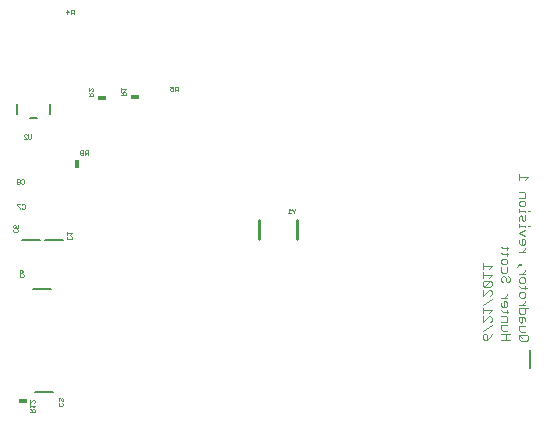
<source format=gbo>
G75*
G70*
%OFA0B0*%
%FSLAX24Y24*%
%IPPOS*%
%LPD*%
%AMOC8*
5,1,8,0,0,1.08239X$1,22.5*
%
%ADD10C,0.0030*%
%ADD11C,0.0010*%
%ADD12C,0.0080*%
%ADD13C,0.0087*%
%ADD14R,0.0300X0.0180*%
%ADD15R,0.0180X0.0300*%
D10*
X016332Y004138D02*
X016332Y004235D01*
X016380Y004283D01*
X016428Y004283D01*
X016477Y004235D01*
X016477Y004090D01*
X016380Y004090D01*
X016332Y004138D01*
X016477Y004090D02*
X016573Y004186D01*
X016622Y004283D01*
X016622Y004578D02*
X016332Y004384D01*
X016332Y004679D02*
X016525Y004872D01*
X016573Y004872D01*
X016622Y004824D01*
X016622Y004727D01*
X016573Y004679D01*
X016332Y004679D02*
X016332Y004872D01*
X016332Y004974D02*
X016332Y005167D01*
X016332Y005070D02*
X016622Y005070D01*
X016525Y004974D01*
X016332Y005268D02*
X016622Y005462D01*
X016573Y005563D02*
X016622Y005611D01*
X016622Y005708D01*
X016573Y005756D01*
X016525Y005756D01*
X016332Y005563D01*
X016332Y005756D01*
X016380Y005857D02*
X016573Y006051D01*
X016380Y006051D01*
X016332Y006003D01*
X016332Y005906D01*
X016380Y005857D01*
X016573Y005857D01*
X016622Y005906D01*
X016622Y006003D01*
X016573Y006051D01*
X016525Y006152D02*
X016622Y006249D01*
X016332Y006249D01*
X016332Y006152D02*
X016332Y006346D01*
X016332Y006447D02*
X016332Y006640D01*
X016332Y006544D02*
X016622Y006544D01*
X016525Y006447D01*
X016942Y006504D02*
X016942Y006359D01*
X016990Y006310D01*
X017087Y006310D01*
X017135Y006359D01*
X017135Y006504D01*
X017087Y006605D02*
X016990Y006605D01*
X016942Y006653D01*
X016942Y006750D01*
X016990Y006799D01*
X017087Y006799D01*
X017135Y006750D01*
X017135Y006653D01*
X017087Y006605D01*
X017135Y006900D02*
X017135Y006996D01*
X017184Y006948D02*
X016990Y006948D01*
X016942Y006996D01*
X016990Y007144D02*
X016942Y007193D01*
X016990Y007144D02*
X017184Y007144D01*
X017135Y007096D02*
X017135Y007193D01*
X017552Y007307D02*
X017600Y007258D01*
X017697Y007258D01*
X017745Y007307D01*
X017745Y007403D01*
X017697Y007452D01*
X017649Y007452D01*
X017649Y007258D01*
X017552Y007307D02*
X017552Y007403D01*
X017745Y007553D02*
X017552Y007650D01*
X017745Y007746D01*
X017745Y007848D02*
X017745Y007896D01*
X017552Y007896D01*
X017552Y007848D02*
X017552Y007944D01*
X017552Y008044D02*
X017552Y008189D01*
X017600Y008237D01*
X017649Y008189D01*
X017649Y008092D01*
X017697Y008044D01*
X017745Y008092D01*
X017745Y008237D01*
X017745Y008339D02*
X017745Y008387D01*
X017552Y008387D01*
X017552Y008339D02*
X017552Y008435D01*
X017600Y008535D02*
X017552Y008583D01*
X017552Y008680D01*
X017600Y008729D01*
X017697Y008729D01*
X017745Y008680D01*
X017745Y008583D01*
X017697Y008535D01*
X017600Y008535D01*
X017842Y008387D02*
X017891Y008387D01*
X017745Y008830D02*
X017552Y008830D01*
X017552Y009023D02*
X017697Y009023D01*
X017745Y008975D01*
X017745Y008830D01*
X017745Y009419D02*
X017842Y009516D01*
X017552Y009516D01*
X017552Y009612D02*
X017552Y009419D01*
X017842Y007896D02*
X017891Y007896D01*
X017745Y007158D02*
X017745Y007110D01*
X017649Y007013D01*
X017745Y007013D02*
X017552Y007013D01*
X017552Y006618D02*
X017552Y006570D01*
X017600Y006570D01*
X017600Y006618D01*
X017552Y006618D01*
X017455Y006522D01*
X017552Y006276D02*
X017745Y006276D01*
X017649Y006276D02*
X017745Y006373D01*
X017745Y006421D01*
X017697Y006175D02*
X017745Y006127D01*
X017745Y006030D01*
X017697Y005982D01*
X017600Y005982D01*
X017552Y006030D01*
X017552Y006127D01*
X017600Y006175D01*
X017697Y006175D01*
X017745Y005882D02*
X017745Y005785D01*
X017794Y005834D02*
X017600Y005834D01*
X017552Y005882D01*
X017600Y005684D02*
X017697Y005684D01*
X017745Y005636D01*
X017745Y005539D01*
X017697Y005491D01*
X017600Y005491D01*
X017552Y005539D01*
X017552Y005636D01*
X017600Y005684D01*
X017745Y005390D02*
X017745Y005342D01*
X017649Y005245D01*
X017745Y005245D02*
X017552Y005245D01*
X017552Y005144D02*
X017552Y004999D01*
X017600Y004950D01*
X017697Y004950D01*
X017745Y004999D01*
X017745Y005144D01*
X017842Y005144D02*
X017552Y005144D01*
X017552Y004849D02*
X017552Y004704D01*
X017600Y004656D01*
X017649Y004704D01*
X017649Y004849D01*
X017697Y004849D02*
X017552Y004849D01*
X017697Y004849D02*
X017745Y004801D01*
X017745Y004704D01*
X017745Y004555D02*
X017552Y004555D01*
X017552Y004409D01*
X017600Y004361D01*
X017745Y004361D01*
X017794Y004260D02*
X017600Y004260D01*
X017552Y004212D01*
X017552Y004115D01*
X017600Y004066D01*
X017794Y004066D01*
X017842Y004115D01*
X017842Y004212D01*
X017794Y004260D01*
X017649Y004163D02*
X017552Y004260D01*
X017232Y004294D02*
X016942Y004294D01*
X016990Y004395D02*
X016942Y004444D01*
X016942Y004589D01*
X017135Y004589D01*
X017135Y004690D02*
X016942Y004690D01*
X017135Y004690D02*
X017135Y004835D01*
X017087Y004883D01*
X016942Y004883D01*
X016990Y005033D02*
X016942Y005081D01*
X016990Y005033D02*
X017184Y005033D01*
X017135Y004985D02*
X017135Y005081D01*
X017087Y005181D02*
X017135Y005229D01*
X017135Y005326D01*
X017087Y005374D01*
X017039Y005374D01*
X017039Y005181D01*
X017087Y005181D02*
X016990Y005181D01*
X016942Y005229D01*
X016942Y005326D01*
X016942Y005476D02*
X017135Y005476D01*
X017135Y005572D02*
X017135Y005621D01*
X017135Y005572D02*
X017039Y005476D01*
X016990Y006016D02*
X016942Y006064D01*
X016942Y006161D01*
X016990Y006209D01*
X017039Y006209D01*
X017087Y006161D01*
X017087Y006064D01*
X017135Y006016D01*
X017184Y006016D01*
X017232Y006064D01*
X017232Y006161D01*
X017184Y006209D01*
X017135Y004395D02*
X016990Y004395D01*
X017087Y004294D02*
X017087Y004101D01*
X016942Y004101D02*
X017232Y004101D01*
D11*
X001398Y001692D02*
X001248Y001692D01*
X001298Y001692D02*
X001298Y001767D01*
X001323Y001792D01*
X001373Y001792D01*
X001398Y001767D01*
X001398Y001692D01*
X001298Y001742D02*
X001248Y001792D01*
X001248Y001839D02*
X001248Y001939D01*
X001248Y001987D02*
X001348Y002087D01*
X001373Y002087D01*
X001398Y002062D01*
X001398Y002012D01*
X001373Y001987D01*
X001398Y001889D02*
X001248Y001889D01*
X001248Y001987D02*
X001248Y002087D01*
X001398Y001889D02*
X001348Y001839D01*
X002190Y001915D02*
X002190Y001965D01*
X002215Y001990D01*
X002215Y002037D02*
X002190Y002062D01*
X002190Y002112D01*
X002215Y002137D01*
X002240Y002137D01*
X002265Y002112D01*
X002265Y002087D01*
X002265Y002112D02*
X002290Y002137D01*
X002315Y002137D01*
X002340Y002112D01*
X002340Y002062D01*
X002315Y002037D01*
X002315Y001990D02*
X002340Y001965D01*
X002340Y001915D01*
X002315Y001890D01*
X002215Y001890D01*
X002190Y001915D01*
X001016Y006181D02*
X000916Y006181D01*
X000891Y006206D01*
X000891Y006256D01*
X000916Y006281D01*
X000916Y006328D02*
X000891Y006353D01*
X000891Y006403D01*
X000916Y006428D01*
X000941Y006428D01*
X000966Y006403D01*
X000966Y006328D01*
X000916Y006328D01*
X000966Y006328D02*
X001016Y006378D01*
X001041Y006428D01*
X001016Y006281D02*
X001041Y006256D01*
X001041Y006206D01*
X001016Y006181D01*
X000800Y007677D02*
X000699Y007677D01*
X000674Y007702D01*
X000674Y007752D01*
X000699Y007777D01*
X000699Y007824D02*
X000674Y007849D01*
X000674Y007899D01*
X000699Y007924D01*
X000749Y007924D01*
X000775Y007899D01*
X000775Y007874D01*
X000749Y007824D01*
X000825Y007824D01*
X000825Y007924D01*
X000800Y007777D02*
X000825Y007752D01*
X000825Y007702D01*
X000800Y007677D01*
X000913Y008464D02*
X000913Y008489D01*
X000813Y008589D01*
X000813Y008614D01*
X000913Y008614D01*
X000961Y008589D02*
X000986Y008614D01*
X001036Y008614D01*
X001061Y008589D01*
X001061Y008489D01*
X001036Y008464D01*
X000986Y008464D01*
X000961Y008489D01*
X000966Y009291D02*
X000941Y009316D01*
X000966Y009291D02*
X001016Y009291D01*
X001041Y009316D01*
X001041Y009416D01*
X001016Y009441D01*
X000966Y009441D01*
X000941Y009416D01*
X000894Y009416D02*
X000894Y009391D01*
X000869Y009366D01*
X000819Y009366D01*
X000794Y009341D01*
X000794Y009316D01*
X000819Y009291D01*
X000869Y009291D01*
X000894Y009316D01*
X000894Y009341D01*
X000869Y009366D01*
X000819Y009366D02*
X000794Y009391D01*
X000794Y009416D01*
X000819Y009441D01*
X000869Y009441D01*
X000894Y009416D01*
X001030Y010787D02*
X001130Y010787D01*
X001030Y010887D01*
X001030Y010912D01*
X001055Y010937D01*
X001105Y010937D01*
X001130Y010912D01*
X001177Y010937D02*
X001177Y010812D01*
X001202Y010787D01*
X001252Y010787D01*
X001277Y010812D01*
X001277Y010937D01*
X002920Y010380D02*
X002920Y010355D01*
X002945Y010330D01*
X002995Y010330D01*
X003020Y010355D01*
X003020Y010380D01*
X002995Y010405D01*
X002945Y010405D01*
X002920Y010380D01*
X002945Y010330D02*
X002920Y010305D01*
X002920Y010280D01*
X002945Y010255D01*
X002995Y010255D01*
X003020Y010280D01*
X003020Y010305D01*
X002995Y010330D01*
X003067Y010330D02*
X003092Y010305D01*
X003167Y010305D01*
X003167Y010255D02*
X003167Y010405D01*
X003092Y010405D01*
X003067Y010380D01*
X003067Y010330D01*
X003117Y010305D02*
X003067Y010255D01*
X003194Y012224D02*
X003344Y012224D01*
X003344Y012299D01*
X003319Y012324D01*
X003269Y012324D01*
X003244Y012299D01*
X003244Y012224D01*
X003244Y012274D02*
X003194Y012324D01*
X003194Y012372D02*
X003294Y012472D01*
X003319Y012472D01*
X003344Y012447D01*
X003344Y012397D01*
X003319Y012372D01*
X003194Y012372D02*
X003194Y012472D01*
X004277Y012491D02*
X004277Y012391D01*
X004277Y012344D02*
X004327Y012294D01*
X004327Y012319D02*
X004327Y012244D01*
X004277Y012244D02*
X004427Y012244D01*
X004427Y012319D01*
X004402Y012344D01*
X004352Y012344D01*
X004327Y012319D01*
X004377Y012391D02*
X004427Y012441D01*
X004277Y012441D01*
X005912Y012456D02*
X005912Y012406D01*
X005937Y012381D01*
X005987Y012381D01*
X006012Y012406D01*
X006012Y012456D02*
X005962Y012481D01*
X005937Y012481D01*
X005912Y012456D01*
X005912Y012531D02*
X006012Y012531D01*
X006012Y012456D01*
X006059Y012456D02*
X006084Y012431D01*
X006159Y012431D01*
X006159Y012381D02*
X006159Y012531D01*
X006084Y012531D01*
X006059Y012506D01*
X006059Y012456D01*
X006109Y012431D02*
X006059Y012381D01*
X002695Y014940D02*
X002695Y015090D01*
X002619Y015090D01*
X002594Y015065D01*
X002594Y015015D01*
X002619Y014990D01*
X002695Y014990D01*
X002644Y014990D02*
X002594Y014940D01*
X002547Y015015D02*
X002447Y015015D01*
X002472Y014940D02*
X002472Y015090D01*
X002547Y015015D01*
X002485Y007688D02*
X002485Y007588D01*
X002485Y007638D02*
X002636Y007638D01*
X002586Y007588D01*
X002611Y007541D02*
X002636Y007516D01*
X002636Y007466D01*
X002611Y007441D01*
X002510Y007441D01*
X002485Y007466D01*
X002485Y007516D01*
X002510Y007541D01*
X009829Y008306D02*
X009929Y008306D01*
X009879Y008306D02*
X009879Y008456D01*
X009929Y008406D01*
X009976Y008431D02*
X009976Y008456D01*
X009976Y008431D02*
X010026Y008381D01*
X010026Y008306D01*
X010026Y008381D02*
X010076Y008431D01*
X010076Y008456D01*
D12*
X002347Y007402D02*
X001747Y007402D01*
X001570Y007422D02*
X000970Y007422D01*
X001326Y005788D02*
X001926Y005788D01*
X002010Y002360D02*
X001410Y002360D01*
X001455Y011478D02*
X001243Y011478D01*
X000789Y011628D02*
X000789Y011966D01*
X001909Y011966D02*
X001909Y011628D01*
X017899Y003767D02*
X017899Y003167D01*
D13*
X010129Y007445D02*
X010129Y008074D01*
X008870Y008074D02*
X008870Y007445D01*
D14*
X004743Y012179D03*
X003644Y012160D03*
X000999Y002061D03*
D15*
X002818Y009943D03*
M02*

</source>
